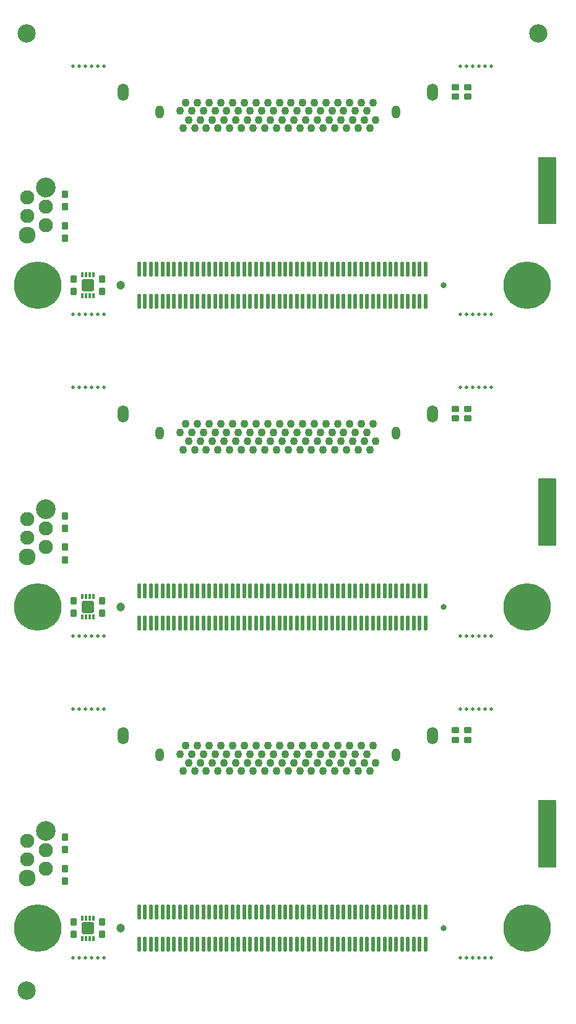
<source format=gts>
G04 #@! TF.GenerationSoftware,KiCad,Pcbnew,8.0.6*
G04 #@! TF.CreationDate,2024-11-07T02:27:52-08:00*
G04 #@! TF.ProjectId,mse-68-vhdci-panel,6d73652d-3638-42d7-9668-6463692d7061,1*
G04 #@! TF.SameCoordinates,Original*
G04 #@! TF.FileFunction,Soldermask,Top*
G04 #@! TF.FilePolarity,Negative*
%FSLAX46Y46*%
G04 Gerber Fmt 4.6, Leading zero omitted, Abs format (unit mm)*
G04 Created by KiCad (PCBNEW 8.0.6) date 2024-11-07 02:27:52*
%MOMM*%
%LPD*%
G01*
G04 APERTURE LIST*
G04 Aperture macros list*
%AMRoundRect*
0 Rectangle with rounded corners*
0 $1 Rounding radius*
0 $2 $3 $4 $5 $6 $7 $8 $9 X,Y pos of 4 corners*
0 Add a 4 corners polygon primitive as box body*
4,1,4,$2,$3,$4,$5,$6,$7,$8,$9,$2,$3,0*
0 Add four circle primitives for the rounded corners*
1,1,$1+$1,$2,$3*
1,1,$1+$1,$4,$5*
1,1,$1+$1,$6,$7*
1,1,$1+$1,$8,$9*
0 Add four rect primitives between the rounded corners*
20,1,$1+$1,$2,$3,$4,$5,0*
20,1,$1+$1,$4,$5,$6,$7,0*
20,1,$1+$1,$6,$7,$8,$9,0*
20,1,$1+$1,$8,$9,$2,$3,0*%
G04 Aperture macros list end*
%ADD10RoundRect,0.062500X0.137500X-0.287500X0.137500X0.287500X-0.137500X0.287500X-0.137500X-0.287500X0*%
%ADD11RoundRect,0.265625X0.584375X-0.584375X0.584375X0.584375X-0.584375X0.584375X-0.584375X-0.584375X0*%
%ADD12RoundRect,0.225000X0.225000X-0.275000X0.225000X0.275000X-0.225000X0.275000X-0.225000X-0.275000X0*%
%ADD13C,0.500000*%
%ADD14C,0.800000*%
%ADD15C,1.200000*%
%ADD16RoundRect,0.125000X0.125000X0.925000X-0.125000X0.925000X-0.125000X-0.925000X0.125000X-0.925000X0*%
%ADD17C,2.300000*%
%ADD18C,2.700000*%
%ADD19C,1.950000*%
%ADD20C,6.500000*%
%ADD21RoundRect,0.225000X-0.225000X0.275000X-0.225000X-0.275000X0.225000X-0.275000X0.225000X0.275000X0*%
%ADD22C,1.100000*%
%ADD23O,1.500000X2.350000*%
%ADD24O,1.200000X1.800000*%
%ADD25C,2.500000*%
%ADD26RoundRect,0.225000X-0.275000X-0.225000X0.275000X-0.225000X0.275000X0.225000X-0.275000X0.225000X0*%
%ADD27RoundRect,0.225000X0.275000X0.225000X-0.275000X0.225000X-0.275000X-0.225000X0.275000X-0.225000X0*%
G04 APERTURE END LIST*
D10*
G04 #@! TO.C,U1*
X-64850001Y97602000D03*
X-64350000Y97602000D03*
X-63850000Y97602000D03*
X-63349999Y97602000D03*
X-63349999Y100402000D03*
X-63850000Y100402000D03*
X-64350000Y100402000D03*
X-64850001Y100402000D03*
D11*
X-64100000Y99002000D03*
G04 #@! TD*
D12*
G04 #@! TO.C,C1*
X-66050000Y10152000D03*
X-66050000Y11852000D03*
G04 #@! TD*
G04 #@! TO.C,R1*
X-62150000Y54152000D03*
X-62150000Y55852000D03*
G04 #@! TD*
D13*
G04 #@! TO.C,KiKit_MB_11_5*
X-9739401Y41002000D03*
G04 #@! TD*
G04 #@! TO.C,KiKit_MB_10_5*
X-62739400Y41002000D03*
G04 #@! TD*
G04 #@! TO.C,KiKit_MB_7_1*
X-13101000Y85002000D03*
G04 #@! TD*
G04 #@! TO.C,KiKit_MB_8_5*
X-65260599Y51002000D03*
G04 #@! TD*
G04 #@! TO.C,KiKit_MB_10_4*
X-63579800Y41002000D03*
G04 #@! TD*
D14*
G04 #@! TO.C,J1*
X-15400000Y11002000D03*
D15*
X-59600000Y11002000D03*
D16*
X-57100000Y8802000D03*
X-57100000Y13202000D03*
X-56300000Y8802001D03*
X-56300000Y13201999D03*
X-55500000Y8802000D03*
X-55500000Y13202000D03*
X-54700001Y8802000D03*
X-54700001Y13202000D03*
X-53900000Y8802000D03*
X-53900000Y13202000D03*
X-53100000Y8802000D03*
X-53100000Y13202000D03*
X-52299999Y8802000D03*
X-52299999Y13202000D03*
X-51500000Y8802000D03*
X-51500000Y13202000D03*
X-50700000Y8802001D03*
X-50700000Y13201999D03*
X-49900000Y8802000D03*
X-49900000Y13202000D03*
X-49100000Y8802000D03*
X-49100000Y13202000D03*
X-48300000Y8802000D03*
X-48300000Y13202000D03*
X-47500000Y8802000D03*
X-47500000Y13202000D03*
X-46699999Y8802000D03*
X-46699999Y13202000D03*
X-45900000Y8802000D03*
X-45900000Y13202000D03*
X-45100000Y8802001D03*
X-45100000Y13201999D03*
X-44300000Y8802000D03*
X-44300000Y13202000D03*
X-43500000Y8802000D03*
X-43500000Y13202000D03*
X-42700000Y8802000D03*
X-42700000Y13202000D03*
X-41900000Y8802000D03*
X-41900000Y13202000D03*
X-41099999Y8802000D03*
X-41099999Y13202000D03*
X-40300000Y8802000D03*
X-40300000Y13202000D03*
X-39500000Y8802001D03*
X-39500000Y13201999D03*
X-38700000Y8802000D03*
X-38700000Y13202000D03*
X-37900000Y8802000D03*
X-37900000Y13202000D03*
X-37100000Y8802000D03*
X-37100000Y13202000D03*
X-36300000Y8802000D03*
X-36300000Y13202000D03*
X-35500000Y8802001D03*
X-35500000Y13201999D03*
X-34700000Y8802000D03*
X-34700000Y13202000D03*
X-33900001Y8802000D03*
X-33900001Y13202000D03*
X-33100000Y8802000D03*
X-33100000Y13202000D03*
X-32300000Y8802000D03*
X-32300000Y13202000D03*
X-31500000Y8802000D03*
X-31500000Y13202000D03*
X-30700000Y8802000D03*
X-30700000Y13202000D03*
X-29900000Y8802001D03*
X-29900000Y13201999D03*
X-29100000Y8802000D03*
X-29100000Y13202000D03*
X-28300001Y8802000D03*
X-28300001Y13202000D03*
X-27500000Y8802000D03*
X-27500000Y13202000D03*
X-26700000Y8802000D03*
X-26700000Y13202000D03*
X-25900000Y8802000D03*
X-25900000Y13202000D03*
X-25100000Y8802000D03*
X-25100000Y13202000D03*
X-24300000Y8802001D03*
X-24300000Y13201999D03*
X-23500000Y8802000D03*
X-23500000Y13202000D03*
X-22700001Y8802000D03*
X-22700001Y13202000D03*
X-21900000Y8802000D03*
X-21900000Y13202000D03*
X-21100000Y8802000D03*
X-21100000Y13202000D03*
X-20299999Y8802000D03*
X-20299999Y13202000D03*
X-19500000Y8802000D03*
X-19500000Y13202000D03*
X-18700000Y8802001D03*
X-18700000Y13201999D03*
X-17900000Y8802000D03*
X-17900000Y13202000D03*
G04 #@! TD*
D17*
G04 #@! TO.C,J3*
X-72440000Y105872000D03*
D18*
X-69900000Y112342000D03*
D19*
X-72440000Y111012000D03*
X-69900000Y109742000D03*
X-72440000Y108472000D03*
X-69900000Y107202000D03*
G04 #@! TD*
D13*
G04 #@! TO.C,KiKit_MB_11_4*
X-10579801Y41002000D03*
G04 #@! TD*
G04 #@! TO.C,KiKit_MB_6_1*
X-66100999Y85002000D03*
G04 #@! TD*
G04 #@! TO.C,KiKit_MB_10_3*
X-64420199Y41002000D03*
G04 #@! TD*
D20*
G04 #@! TO.C,H3*
X-71000000Y11002000D03*
G04 #@! TD*
D13*
G04 #@! TO.C,KiKit_MB_11_1*
X-13101000Y41002000D03*
G04 #@! TD*
G04 #@! TO.C,KiKit_MB_7_5*
X-9739401Y85002000D03*
G04 #@! TD*
G04 #@! TO.C,KiKit_MB_9_4*
X-11420201Y7002000D03*
G04 #@! TD*
G04 #@! TO.C,KiKit_MB_1_6*
X-13101001Y95002000D03*
G04 #@! TD*
D17*
G04 #@! TO.C,J3*
X-72440000Y61872000D03*
D18*
X-69900000Y68342000D03*
D19*
X-72440000Y67012000D03*
X-69900000Y65742000D03*
X-72440000Y64472000D03*
X-69900000Y63202000D03*
G04 #@! TD*
D13*
G04 #@! TO.C,KiKit_MB_11_6*
X-8899001Y41002000D03*
G04 #@! TD*
D21*
G04 #@! TO.C,R2*
X-67200000Y111452000D03*
X-67200000Y109752000D03*
G04 #@! TD*
D13*
G04 #@! TO.C,KiKit_MB_8_4*
X-64420199Y51002000D03*
G04 #@! TD*
G04 #@! TO.C,KiKit_MB_7_3*
X-11420200Y85002000D03*
G04 #@! TD*
D12*
G04 #@! TO.C,R1*
X-62150000Y10152000D03*
X-62150000Y11852000D03*
G04 #@! TD*
D22*
G04 #@! TO.C,J4*
X-51100000Y32502000D03*
X-50300000Y33652000D03*
X-49500000Y32502000D03*
X-48700000Y33652000D03*
X-47900000Y32502000D03*
X-47100000Y33652000D03*
X-46300000Y32502000D03*
X-45500000Y33652000D03*
X-44700000Y32502000D03*
X-43900000Y33652000D03*
X-43100000Y32501999D03*
X-42300000Y33652000D03*
X-41500001Y32502000D03*
X-40700000Y33652000D03*
X-39900000Y32502000D03*
X-39100000Y33652000D03*
X-38300000Y32502000D03*
X-37500000Y33652000D03*
X-36700000Y32502000D03*
X-35900000Y33652000D03*
X-35100000Y32502000D03*
X-34300000Y33652000D03*
X-33499999Y32502000D03*
X-32700000Y33652000D03*
X-31900000Y32501999D03*
X-31100000Y33652000D03*
X-30300000Y32502000D03*
X-29500000Y33652000D03*
X-28700000Y32502000D03*
X-27900000Y33652000D03*
X-27100000Y32502000D03*
X-26300000Y33652000D03*
X-25500000Y32502000D03*
X-24700000Y33652000D03*
X-51500000Y34852000D03*
X-50700000Y36002001D03*
X-49900000Y34852000D03*
X-49100000Y36002000D03*
X-48300000Y34852000D03*
X-47500000Y36002000D03*
X-46700000Y34852000D03*
X-45900000Y36002000D03*
X-45100000Y34852000D03*
X-44300000Y36002000D03*
X-43500000Y34852000D03*
X-42700000Y36002000D03*
X-41900000Y34852000D03*
X-41100000Y36002001D03*
X-40300000Y34852000D03*
X-39500000Y36002001D03*
X-38700000Y34852000D03*
X-37900000Y36002000D03*
X-37100000Y34852000D03*
X-36300000Y36002000D03*
X-35500000Y34852000D03*
X-34700000Y36002000D03*
X-33900000Y34852000D03*
X-33100000Y36002000D03*
X-32300000Y34852000D03*
X-31500000Y36002000D03*
X-30700000Y34852000D03*
X-29900000Y36002001D03*
X-29100000Y34852000D03*
X-28300000Y36002001D03*
X-27500000Y34852000D03*
X-26700000Y36002000D03*
X-25900000Y34852000D03*
X-25100000Y36002000D03*
D23*
X-16950000Y37382000D03*
D24*
X-21925000Y34752000D03*
X-54275000Y34752000D03*
D23*
X-59250000Y37382000D03*
G04 #@! TD*
D22*
G04 #@! TO.C,J4*
X-51100000Y120502000D03*
X-50300000Y121652000D03*
X-49500000Y120502000D03*
X-48700000Y121652000D03*
X-47900000Y120502000D03*
X-47100000Y121652000D03*
X-46300000Y120502000D03*
X-45500000Y121652000D03*
X-44700000Y120502000D03*
X-43900000Y121652000D03*
X-43100000Y120501999D03*
X-42300000Y121652000D03*
X-41500001Y120502000D03*
X-40700000Y121652000D03*
X-39900000Y120502000D03*
X-39100000Y121652000D03*
X-38300000Y120502000D03*
X-37500000Y121652000D03*
X-36700000Y120502000D03*
X-35900000Y121652000D03*
X-35100000Y120502000D03*
X-34300000Y121652000D03*
X-33499999Y120502000D03*
X-32700000Y121652000D03*
X-31900000Y120501999D03*
X-31100000Y121652000D03*
X-30300000Y120502000D03*
X-29500000Y121652000D03*
X-28700000Y120502000D03*
X-27900000Y121652000D03*
X-27100000Y120502000D03*
X-26300000Y121652000D03*
X-25500000Y120502000D03*
X-24700000Y121652000D03*
X-51500000Y122852000D03*
X-50700000Y124002001D03*
X-49900000Y122852000D03*
X-49100000Y124002000D03*
X-48300000Y122852000D03*
X-47500000Y124002000D03*
X-46700000Y122852000D03*
X-45900000Y124002000D03*
X-45100000Y122852000D03*
X-44300000Y124002000D03*
X-43500000Y122852000D03*
X-42700000Y124002000D03*
X-41900000Y122852000D03*
X-41100000Y124002001D03*
X-40300000Y122852000D03*
X-39500000Y124002001D03*
X-38700000Y122852000D03*
X-37900000Y124002000D03*
X-37100000Y122852000D03*
X-36300000Y124002000D03*
X-35500000Y122852000D03*
X-34700000Y124002000D03*
X-33900000Y122852000D03*
X-33100000Y124002000D03*
X-32300000Y122852000D03*
X-31500000Y124002000D03*
X-30700000Y122852000D03*
X-29900000Y124002001D03*
X-29100000Y122852000D03*
X-28300000Y124002001D03*
X-27500000Y122852000D03*
X-26700000Y124002000D03*
X-25900000Y122852000D03*
X-25100000Y124002000D03*
D23*
X-16950000Y125382000D03*
D24*
X-21925000Y122752000D03*
X-54275000Y122752000D03*
D23*
X-59250000Y125382000D03*
G04 #@! TD*
D13*
G04 #@! TO.C,KiKit_MB_1_5*
X-12260601Y95002000D03*
G04 #@! TD*
G04 #@! TO.C,KiKit_MB_6_3*
X-64420199Y85002000D03*
G04 #@! TD*
G04 #@! TO.C,KiKit_MB_1_4*
X-11420201Y95002000D03*
G04 #@! TD*
G04 #@! TO.C,KiKit_MB_9_6*
X-13101001Y7002000D03*
G04 #@! TD*
G04 #@! TO.C,KiKit_MB_2_4*
X-63579800Y129002000D03*
G04 #@! TD*
D21*
G04 #@! TO.C,R2*
X-67200000Y67452000D03*
X-67200000Y65752000D03*
G04 #@! TD*
D12*
G04 #@! TO.C,R3*
X-67200000Y61452000D03*
X-67200000Y63152000D03*
G04 #@! TD*
D13*
G04 #@! TO.C,KiKit_MB_1_3*
X-10579802Y95002000D03*
G04 #@! TD*
G04 #@! TO.C,KiKit_MB_6_6*
X-61899000Y85002000D03*
G04 #@! TD*
G04 #@! TO.C,KiKit_MB_6_4*
X-63579800Y85002000D03*
G04 #@! TD*
D25*
G04 #@! TO.C,KiKit_FID_T_2*
X-2500000Y133503500D03*
G04 #@! TD*
D14*
G04 #@! TO.C,J1*
X-15400000Y99002000D03*
D15*
X-59600000Y99002000D03*
D16*
X-57100000Y96802000D03*
X-57100000Y101202000D03*
X-56300000Y96802001D03*
X-56300000Y101201999D03*
X-55500000Y96802000D03*
X-55500000Y101202000D03*
X-54700001Y96802000D03*
X-54700001Y101202000D03*
X-53900000Y96802000D03*
X-53900000Y101202000D03*
X-53100000Y96802000D03*
X-53100000Y101202000D03*
X-52299999Y96802000D03*
X-52299999Y101202000D03*
X-51500000Y96802000D03*
X-51500000Y101202000D03*
X-50700000Y96802001D03*
X-50700000Y101201999D03*
X-49900000Y96802000D03*
X-49900000Y101202000D03*
X-49100000Y96802000D03*
X-49100000Y101202000D03*
X-48300000Y96802000D03*
X-48300000Y101202000D03*
X-47500000Y96802000D03*
X-47500000Y101202000D03*
X-46699999Y96802000D03*
X-46699999Y101202000D03*
X-45900000Y96802000D03*
X-45900000Y101202000D03*
X-45100000Y96802001D03*
X-45100000Y101201999D03*
X-44300000Y96802000D03*
X-44300000Y101202000D03*
X-43500000Y96802000D03*
X-43500000Y101202000D03*
X-42700000Y96802000D03*
X-42700000Y101202000D03*
X-41900000Y96802000D03*
X-41900000Y101202000D03*
X-41099999Y96802000D03*
X-41099999Y101202000D03*
X-40300000Y96802000D03*
X-40300000Y101202000D03*
X-39500000Y96802001D03*
X-39500000Y101201999D03*
X-38700000Y96802000D03*
X-38700000Y101202000D03*
X-37900000Y96802000D03*
X-37900000Y101202000D03*
X-37100000Y96802000D03*
X-37100000Y101202000D03*
X-36300000Y96802000D03*
X-36300000Y101202000D03*
X-35500000Y96802001D03*
X-35500000Y101201999D03*
X-34700000Y96802000D03*
X-34700000Y101202000D03*
X-33900001Y96802000D03*
X-33900001Y101202000D03*
X-33100000Y96802000D03*
X-33100000Y101202000D03*
X-32300000Y96802000D03*
X-32300000Y101202000D03*
X-31500000Y96802000D03*
X-31500000Y101202000D03*
X-30700000Y96802000D03*
X-30700000Y101202000D03*
X-29900000Y96802001D03*
X-29900000Y101201999D03*
X-29100000Y96802000D03*
X-29100000Y101202000D03*
X-28300001Y96802000D03*
X-28300001Y101202000D03*
X-27500000Y96802000D03*
X-27500000Y101202000D03*
X-26700000Y96802000D03*
X-26700000Y101202000D03*
X-25900000Y96802000D03*
X-25900000Y101202000D03*
X-25100000Y96802000D03*
X-25100000Y101202000D03*
X-24300000Y96802001D03*
X-24300000Y101201999D03*
X-23500000Y96802000D03*
X-23500000Y101202000D03*
X-22700001Y96802000D03*
X-22700001Y101202000D03*
X-21900000Y96802000D03*
X-21900000Y101202000D03*
X-21100000Y96802000D03*
X-21100000Y101202000D03*
X-20299999Y96802000D03*
X-20299999Y101202000D03*
X-19500000Y96802000D03*
X-19500000Y101202000D03*
X-18700000Y96802001D03*
X-18700000Y101201999D03*
X-17900000Y96802000D03*
X-17900000Y101202000D03*
G04 #@! TD*
D13*
G04 #@! TO.C,KiKit_MB_7_4*
X-10579801Y85002000D03*
G04 #@! TD*
G04 #@! TO.C,KiKit_MB_10_6*
X-61899000Y41002000D03*
G04 #@! TD*
D12*
G04 #@! TO.C,R1*
X-62150000Y98152000D03*
X-62150000Y99852000D03*
G04 #@! TD*
D13*
G04 #@! TO.C,KiKit_MB_2_2*
X-65260599Y129002000D03*
G04 #@! TD*
G04 #@! TO.C,KiKit_MB_2_3*
X-64420199Y129002000D03*
G04 #@! TD*
D12*
G04 #@! TO.C,R3*
X-67200000Y105452000D03*
X-67200000Y107152000D03*
G04 #@! TD*
D13*
G04 #@! TO.C,KiKit_MB_5_2*
X-9739402Y51002000D03*
G04 #@! TD*
G04 #@! TO.C,KiKit_MB_2_5*
X-62739400Y129002000D03*
G04 #@! TD*
G04 #@! TO.C,KiKit_MB_9_2*
X-9739402Y7002000D03*
G04 #@! TD*
D26*
G04 #@! TO.C,R4*
X-13850000Y80802000D03*
X-12150000Y80802000D03*
G04 #@! TD*
D13*
G04 #@! TO.C,KiKit_MB_11_3*
X-11420200Y41002000D03*
G04 #@! TD*
G04 #@! TO.C,KiKit_MB_5_4*
X-11420201Y51002000D03*
G04 #@! TD*
G04 #@! TO.C,KiKit_MB_3_4*
X-10579801Y129002000D03*
G04 #@! TD*
D20*
G04 #@! TO.C,H3*
X-71000000Y99002000D03*
G04 #@! TD*
D26*
G04 #@! TO.C,R4*
X-13850000Y124802000D03*
X-12150000Y124802000D03*
G04 #@! TD*
D20*
G04 #@! TO.C,H3*
X-71000000Y55002000D03*
G04 #@! TD*
D13*
G04 #@! TO.C,KiKit_MB_3_3*
X-11420200Y129002000D03*
G04 #@! TD*
G04 #@! TO.C,KiKit_MB_11_2*
X-12260600Y41002000D03*
G04 #@! TD*
D14*
G04 #@! TO.C,J1*
X-15400000Y55002000D03*
D15*
X-59600000Y55002000D03*
D16*
X-57100000Y52802000D03*
X-57100000Y57202000D03*
X-56300000Y52802001D03*
X-56300000Y57201999D03*
X-55500000Y52802000D03*
X-55500000Y57202000D03*
X-54700001Y52802000D03*
X-54700001Y57202000D03*
X-53900000Y52802000D03*
X-53900000Y57202000D03*
X-53100000Y52802000D03*
X-53100000Y57202000D03*
X-52299999Y52802000D03*
X-52299999Y57202000D03*
X-51500000Y52802000D03*
X-51500000Y57202000D03*
X-50700000Y52802001D03*
X-50700000Y57201999D03*
X-49900000Y52802000D03*
X-49900000Y57202000D03*
X-49100000Y52802000D03*
X-49100000Y57202000D03*
X-48300000Y52802000D03*
X-48300000Y57202000D03*
X-47500000Y52802000D03*
X-47500000Y57202000D03*
X-46699999Y52802000D03*
X-46699999Y57202000D03*
X-45900000Y52802000D03*
X-45900000Y57202000D03*
X-45100000Y52802001D03*
X-45100000Y57201999D03*
X-44300000Y52802000D03*
X-44300000Y57202000D03*
X-43500000Y52802000D03*
X-43500000Y57202000D03*
X-42700000Y52802000D03*
X-42700000Y57202000D03*
X-41900000Y52802000D03*
X-41900000Y57202000D03*
X-41099999Y52802000D03*
X-41099999Y57202000D03*
X-40300000Y52802000D03*
X-40300000Y57202000D03*
X-39500000Y52802001D03*
X-39500000Y57201999D03*
X-38700000Y52802000D03*
X-38700000Y57202000D03*
X-37900000Y52802000D03*
X-37900000Y57202000D03*
X-37100000Y52802000D03*
X-37100000Y57202000D03*
X-36300000Y52802000D03*
X-36300000Y57202000D03*
X-35500000Y52802001D03*
X-35500000Y57201999D03*
X-34700000Y52802000D03*
X-34700000Y57202000D03*
X-33900001Y52802000D03*
X-33900001Y57202000D03*
X-33100000Y52802000D03*
X-33100000Y57202000D03*
X-32300000Y52802000D03*
X-32300000Y57202000D03*
X-31500000Y52802000D03*
X-31500000Y57202000D03*
X-30700000Y52802000D03*
X-30700000Y57202000D03*
X-29900000Y52802001D03*
X-29900000Y57201999D03*
X-29100000Y52802000D03*
X-29100000Y57202000D03*
X-28300001Y52802000D03*
X-28300001Y57202000D03*
X-27500000Y52802000D03*
X-27500000Y57202000D03*
X-26700000Y52802000D03*
X-26700000Y57202000D03*
X-25900000Y52802000D03*
X-25900000Y57202000D03*
X-25100000Y52802000D03*
X-25100000Y57202000D03*
X-24300000Y52802001D03*
X-24300000Y57201999D03*
X-23500000Y52802000D03*
X-23500000Y57202000D03*
X-22700001Y52802000D03*
X-22700001Y57202000D03*
X-21900000Y52802000D03*
X-21900000Y57202000D03*
X-21100000Y52802000D03*
X-21100000Y57202000D03*
X-20299999Y52802000D03*
X-20299999Y57202000D03*
X-19500000Y52802000D03*
X-19500000Y57202000D03*
X-18700000Y52802001D03*
X-18700000Y57201999D03*
X-17900000Y52802000D03*
X-17900000Y57202000D03*
G04 #@! TD*
D13*
G04 #@! TO.C,KiKit_MB_6_5*
X-62739400Y85002000D03*
G04 #@! TD*
D27*
G04 #@! TO.C,C2*
X-12150000Y38102000D03*
X-13850000Y38102000D03*
G04 #@! TD*
D12*
G04 #@! TO.C,C1*
X-66050000Y98152000D03*
X-66050000Y99852000D03*
G04 #@! TD*
D13*
G04 #@! TO.C,KiKit_MB_4_4*
X-64420199Y95002000D03*
G04 #@! TD*
G04 #@! TO.C,KiKit_MB_3_5*
X-9739401Y129002000D03*
G04 #@! TD*
G04 #@! TO.C,KiKit_MB_12_4*
X-64420199Y7002000D03*
G04 #@! TD*
D20*
G04 #@! TO.C,H4*
X-4000000Y11002000D03*
G04 #@! TD*
D13*
G04 #@! TO.C,KiKit_MB_5_1*
X-8899002Y51002000D03*
G04 #@! TD*
D20*
G04 #@! TO.C,H4*
X-4000000Y99002000D03*
G04 #@! TD*
D13*
G04 #@! TO.C,KiKit_MB_12_1*
X-61899000Y7002000D03*
G04 #@! TD*
G04 #@! TO.C,KiKit_MB_7_2*
X-12260600Y85002000D03*
G04 #@! TD*
G04 #@! TO.C,KiKit_MB_4_6*
X-66100999Y95002000D03*
G04 #@! TD*
G04 #@! TO.C,KiKit_MB_5_5*
X-12260601Y51002000D03*
G04 #@! TD*
G04 #@! TO.C,KiKit_MB_12_5*
X-65260599Y7002000D03*
G04 #@! TD*
D27*
G04 #@! TO.C,C2*
X-12150000Y126102000D03*
X-13850000Y126102000D03*
G04 #@! TD*
D13*
G04 #@! TO.C,KiKit_MB_7_6*
X-8899001Y85002000D03*
G04 #@! TD*
G04 #@! TO.C,KiKit_MB_12_2*
X-62739400Y7002000D03*
G04 #@! TD*
D12*
G04 #@! TO.C,C1*
X-66050000Y54152000D03*
X-66050000Y55852000D03*
G04 #@! TD*
D10*
G04 #@! TO.C,U1*
X-64850001Y9602000D03*
X-64350000Y9602000D03*
X-63850000Y9602000D03*
X-63349999Y9602000D03*
X-63349999Y12402000D03*
X-63850000Y12402000D03*
X-64350000Y12402000D03*
X-64850001Y12402000D03*
D11*
X-64100000Y11002000D03*
G04 #@! TD*
D25*
G04 #@! TO.C,KiKit_FID_T_3*
X-72500000Y2500000D03*
G04 #@! TD*
D13*
G04 #@! TO.C,KiKit_MB_3_1*
X-13101000Y129002000D03*
G04 #@! TD*
G04 #@! TO.C,KiKit_MB_9_3*
X-10579802Y7002000D03*
G04 #@! TD*
D22*
G04 #@! TO.C,J4*
X-51100000Y76502000D03*
X-50300000Y77652000D03*
X-49500000Y76502000D03*
X-48700000Y77652000D03*
X-47900000Y76502000D03*
X-47100000Y77652000D03*
X-46300000Y76502000D03*
X-45500000Y77652000D03*
X-44700000Y76502000D03*
X-43900000Y77652000D03*
X-43100000Y76501999D03*
X-42300000Y77652000D03*
X-41500001Y76502000D03*
X-40700000Y77652000D03*
X-39900000Y76502000D03*
X-39100000Y77652000D03*
X-38300000Y76502000D03*
X-37500000Y77652000D03*
X-36700000Y76502000D03*
X-35900000Y77652000D03*
X-35100000Y76502000D03*
X-34300000Y77652000D03*
X-33499999Y76502000D03*
X-32700000Y77652000D03*
X-31900000Y76501999D03*
X-31100000Y77652000D03*
X-30300000Y76502000D03*
X-29500000Y77652000D03*
X-28700000Y76502000D03*
X-27900000Y77652000D03*
X-27100000Y76502000D03*
X-26300000Y77652000D03*
X-25500000Y76502000D03*
X-24700000Y77652000D03*
X-51500000Y78852000D03*
X-50700000Y80002001D03*
X-49900000Y78852000D03*
X-49100000Y80002000D03*
X-48300000Y78852000D03*
X-47500000Y80002000D03*
X-46700000Y78852000D03*
X-45900000Y80002000D03*
X-45100000Y78852000D03*
X-44300000Y80002000D03*
X-43500000Y78852000D03*
X-42700000Y80002000D03*
X-41900000Y78852000D03*
X-41100000Y80002001D03*
X-40300000Y78852000D03*
X-39500000Y80002001D03*
X-38700000Y78852000D03*
X-37900000Y80002000D03*
X-37100000Y78852000D03*
X-36300000Y80002000D03*
X-35500000Y78852000D03*
X-34700000Y80002000D03*
X-33900000Y78852000D03*
X-33100000Y80002000D03*
X-32300000Y78852000D03*
X-31500000Y80002000D03*
X-30700000Y78852000D03*
X-29900000Y80002001D03*
X-29100000Y78852000D03*
X-28300000Y80002001D03*
X-27500000Y78852000D03*
X-26700000Y80002000D03*
X-25900000Y78852000D03*
X-25100000Y80002000D03*
D23*
X-16950000Y81382000D03*
D24*
X-21925000Y78752000D03*
X-54275000Y78752000D03*
D23*
X-59250000Y81382000D03*
G04 #@! TD*
D12*
G04 #@! TO.C,R3*
X-67200000Y17452000D03*
X-67200000Y19152000D03*
G04 #@! TD*
D13*
G04 #@! TO.C,KiKit_MB_4_5*
X-65260599Y95002000D03*
G04 #@! TD*
G04 #@! TO.C,KiKit_MB_2_1*
X-66100999Y129002000D03*
G04 #@! TD*
D25*
G04 #@! TO.C,KiKit_FID_T_1*
X-72500000Y133503500D03*
G04 #@! TD*
D13*
G04 #@! TO.C,KiKit_MB_8_6*
X-66100999Y51002000D03*
G04 #@! TD*
G04 #@! TO.C,KiKit_MB_9_5*
X-12260601Y7002000D03*
G04 #@! TD*
G04 #@! TO.C,KiKit_MB_6_2*
X-65260599Y85002000D03*
G04 #@! TD*
G04 #@! TO.C,KiKit_MB_12_3*
X-63579800Y7002000D03*
G04 #@! TD*
G04 #@! TO.C,KiKit_MB_8_1*
X-61899000Y51002000D03*
G04 #@! TD*
G04 #@! TO.C,KiKit_MB_12_6*
X-66100999Y7002000D03*
G04 #@! TD*
D21*
G04 #@! TO.C,R2*
X-67200000Y23452000D03*
X-67200000Y21752000D03*
G04 #@! TD*
D13*
G04 #@! TO.C,KiKit_MB_8_2*
X-62739400Y51002000D03*
G04 #@! TD*
G04 #@! TO.C,KiKit_MB_1_1*
X-8899002Y95002000D03*
G04 #@! TD*
G04 #@! TO.C,KiKit_MB_4_1*
X-61899000Y95002000D03*
G04 #@! TD*
D26*
G04 #@! TO.C,R4*
X-13850000Y36802000D03*
X-12150000Y36802000D03*
G04 #@! TD*
D13*
G04 #@! TO.C,KiKit_MB_8_3*
X-63579800Y51002000D03*
G04 #@! TD*
D17*
G04 #@! TO.C,J3*
X-72440000Y17872000D03*
D18*
X-69900000Y24342000D03*
D19*
X-72440000Y23012000D03*
X-69900000Y21742000D03*
X-72440000Y20472000D03*
X-69900000Y19202000D03*
G04 #@! TD*
D13*
G04 #@! TO.C,KiKit_MB_9_1*
X-8899002Y7002000D03*
G04 #@! TD*
G04 #@! TO.C,KiKit_MB_10_1*
X-66100999Y41002000D03*
G04 #@! TD*
G04 #@! TO.C,KiKit_MB_3_2*
X-12260600Y129002000D03*
G04 #@! TD*
G04 #@! TO.C,KiKit_MB_5_3*
X-10579802Y51002000D03*
G04 #@! TD*
G04 #@! TO.C,KiKit_MB_4_3*
X-63579800Y95002000D03*
G04 #@! TD*
G04 #@! TO.C,KiKit_MB_4_2*
X-62739400Y95002000D03*
G04 #@! TD*
G04 #@! TO.C,KiKit_MB_1_2*
X-9739402Y95002000D03*
G04 #@! TD*
D27*
G04 #@! TO.C,C2*
X-12150000Y82102000D03*
X-13850000Y82102000D03*
G04 #@! TD*
D13*
G04 #@! TO.C,KiKit_MB_2_6*
X-61899000Y129002000D03*
G04 #@! TD*
D20*
G04 #@! TO.C,H4*
X-4000000Y55002000D03*
G04 #@! TD*
D13*
G04 #@! TO.C,KiKit_MB_3_6*
X-8899001Y129002000D03*
G04 #@! TD*
G04 #@! TO.C,KiKit_MB_10_2*
X-65260599Y41002000D03*
G04 #@! TD*
G04 #@! TO.C,KiKit_MB_5_6*
X-13101001Y51002000D03*
G04 #@! TD*
D10*
G04 #@! TO.C,U1*
X-64850001Y53602000D03*
X-64350000Y53602000D03*
X-63850000Y53602000D03*
X-63349999Y53602000D03*
X-63349999Y56402000D03*
X-63850000Y56402000D03*
X-64350000Y56402000D03*
X-64850001Y56402000D03*
D11*
X-64100000Y55002000D03*
G04 #@! TD*
G36*
X-56961Y28532315D02*
G01*
X-11206Y28479511D01*
X0Y28428000D01*
X0Y19476000D01*
X-19685Y19408961D01*
X-72489Y19363206D01*
X-124000Y19352000D01*
X-2376000Y19352000D01*
X-2443039Y19371685D01*
X-2488794Y19424489D01*
X-2500000Y19476000D01*
X-2500000Y28428000D01*
X-2480315Y28495039D01*
X-2427511Y28540794D01*
X-2376000Y28552000D01*
X-124000Y28552000D01*
X-56961Y28532315D01*
G37*
G36*
X-56961Y72532315D02*
G01*
X-11206Y72479511D01*
X0Y72428000D01*
X0Y63476000D01*
X-19685Y63408961D01*
X-72489Y63363206D01*
X-124000Y63352000D01*
X-2376000Y63352000D01*
X-2443039Y63371685D01*
X-2488794Y63424489D01*
X-2500000Y63476000D01*
X-2500000Y72428000D01*
X-2480315Y72495039D01*
X-2427511Y72540794D01*
X-2376000Y72552000D01*
X-124000Y72552000D01*
X-56961Y72532315D01*
G37*
G36*
X-56961Y116532315D02*
G01*
X-11206Y116479511D01*
X0Y116428000D01*
X0Y107476000D01*
X-19685Y107408961D01*
X-72489Y107363206D01*
X-124000Y107352000D01*
X-2376000Y107352000D01*
X-2443039Y107371685D01*
X-2488794Y107424489D01*
X-2500000Y107476000D01*
X-2500000Y116428000D01*
X-2480315Y116495039D01*
X-2427511Y116540794D01*
X-2376000Y116552000D01*
X-124000Y116552000D01*
X-56961Y116532315D01*
G37*
M02*

</source>
